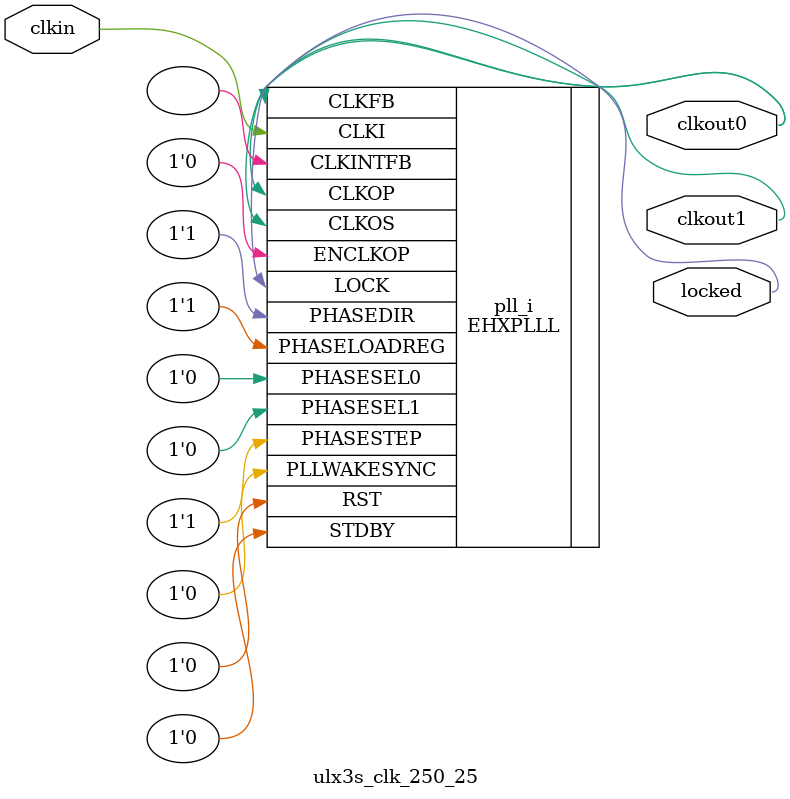
<source format=v>
module ulx3s_clk_250_25
(
    input clkin, // 25 MHz, 0 deg
    output clkout0, // 250 MHz, 0 deg
    output clkout1, // 25 MHz, 0 deg
    output locked
);
(* FREQUENCY_PIN_CLKI="25" *)
(* FREQUENCY_PIN_CLKOP="250" *)
(* FREQUENCY_PIN_CLKOS="25" *)
(* ICP_CURRENT="12" *) (* LPF_RESISTOR="8" *) (* MFG_ENABLE_FILTEROPAMP="1" *) (* MFG_GMCREF_SEL="2" *)
EHXPLLL #(
        .PLLRST_ENA("DISABLED"),
        .INTFB_WAKE("DISABLED"),
        .STDBY_ENABLE("DISABLED"),
        .DPHASE_SOURCE("DISABLED"),
        .OUTDIVIDER_MUXA("DIVA"),
        .OUTDIVIDER_MUXB("DIVB"),
        .OUTDIVIDER_MUXC("DIVC"),
        .OUTDIVIDER_MUXD("DIVD"),
        .CLKI_DIV(1),
        .CLKOP_ENABLE("ENABLED"),
        .CLKOP_DIV(2),
        .CLKOP_CPHASE(0),
        .CLKOP_FPHASE(0),
        .CLKOS_ENABLE("ENABLED"),
        .CLKOS_DIV(20),
        .CLKOS_CPHASE(0),
        .CLKOS_FPHASE(0),
        .FEEDBK_PATH("CLKOP"),
        .CLKFB_DIV(10)
    ) pll_i (
        .RST(1'b0),
        .STDBY(1'b0),
        .CLKI(clkin),
        .CLKOP(clkout0),
        .CLKOS(clkout1),
        .CLKFB(clkout0),
        .CLKINTFB(),
        .PHASESEL0(1'b0),
        .PHASESEL1(1'b0),
        .PHASEDIR(1'b1),
        .PHASESTEP(1'b1),
        .PHASELOADREG(1'b1),
        .PLLWAKESYNC(1'b0),
        .ENCLKOP(1'b0),
        .LOCK(locked)
	);
endmodule

</source>
